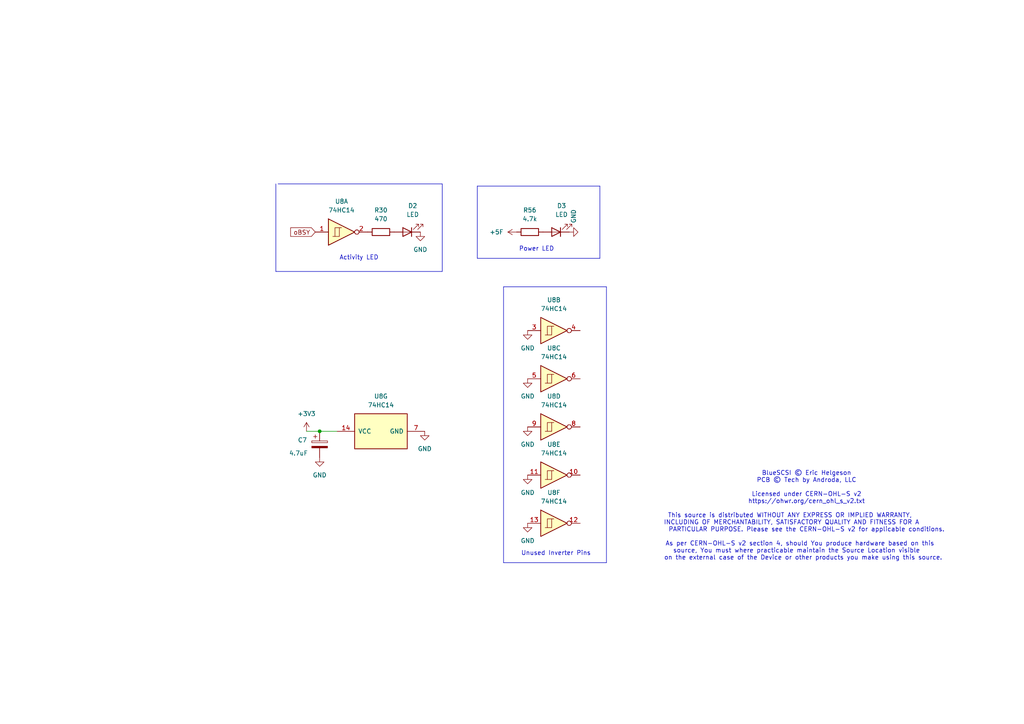
<source format=kicad_sch>
(kicad_sch (version 20231120) (generator "eeschema") (generator_version "8.0")
  (paper "A4")
  (title_block (title "BlueSCSI V2, Centronics 50 Pin, 2024.03a") (date "March 2024") (rev "1") (company "Tech by Androda, LLC"))
  (lib_symbols
    (symbol "74xx:74HC14" (pin_names (offset 1.016))
      (property "Reference" "U" (at 0 1.27 0))
      (property "Value" "74HC14" (at 0 -1.27 0))
      (symbol "74HC14_1_0"
        (polyline (pts (xy -3.81 3.81) (xy -3.81 -3.81) (xy 3.81 0) (xy -3.81 3.81)) (stroke (width 0.254)) (fill (type background)))
        (pin input line (at -7.62 0 0) (length 3.81) (name "~") (number "1"))
        (pin output inverted (at 7.62 0 180) (length 3.81) (name "~") (number "2"))
      )
      (symbol "74HC14_1_1"
        (polyline (pts (xy -1.905 -1.27) (xy -1.905 1.27) (xy -0.635 1.27)))
        (polyline (pts (xy -2.54 -1.27) (xy -0.635 -1.27) (xy -0.635 1.27) (xy 0 1.27)))
      )
      (symbol "74HC14_2_0"
        (polyline (pts (xy -3.81 3.81) (xy -3.81 -3.81) (xy 3.81 0) (xy -3.81 3.81)) (stroke (width 0.254)) (fill (type background)))
        (pin input line (at -7.62 0 0) (length 3.81) (name "~") (number "3"))
        (pin output inverted (at 7.62 0 180) (length 3.81) (name "~") (number "4"))
      )
      (symbol "74HC14_2_1"
        (polyline (pts (xy -1.905 -1.27) (xy -1.905 1.27) (xy -0.635 1.27)))
        (polyline (pts (xy -2.54 -1.27) (xy -0.635 -1.27) (xy -0.635 1.27) (xy 0 1.27)))
      )
      (symbol "74HC14_3_0"
        (polyline (pts (xy -3.81 3.81) (xy -3.81 -3.81) (xy 3.81 0) (xy -3.81 3.81)) (stroke (width 0.254)) (fill (type background)))
        (pin input line (at -7.62 0 0) (length 3.81) (name "~") (number "5"))
        (pin output inverted (at 7.62 0 180) (length 3.81) (name "~") (number "6"))
      )
      (symbol "74HC14_3_1"
        (polyline (pts (xy -1.905 -1.27) (xy -1.905 1.27) (xy -0.635 1.27)))
        (polyline (pts (xy -2.54 -1.27) (xy -0.635 -1.27) (xy -0.635 1.27) (xy 0 1.27)))
      )
      (symbol "74HC14_4_0"
        (polyline (pts (xy -3.81 3.81) (xy -3.81 -3.81) (xy 3.81 0) (xy -3.81 3.81)) (stroke (width 0.254)) (fill (type background)))
        (pin output inverted (at 7.62 0 180) (length 3.81) (name "~") (number "8"))
        (pin input line (at -7.62 0 0) (length 3.81) (name "~") (number "9"))
      )
      (symbol "74HC14_4_1"
        (polyline (pts (xy -1.905 -1.27) (xy -1.905 1.27) (xy -0.635 1.27)))
        (polyline (pts (xy -2.54 -1.27) (xy -0.635 -1.27) (xy -0.635 1.27) (xy 0 1.27)))
      )
      (symbol "74HC14_5_0"
        (polyline (pts (xy -3.81 3.81) (xy -3.81 -3.81) (xy 3.81 0) (xy -3.81 3.81)) (stroke (width 0.254)) (fill (type background)))
        (pin output inverted (at 7.62 0 180) (length 3.81) (name "~") (number "10"))
        (pin input line (at -7.62 0 0) (length 3.81) (name "~") (number "11"))
      )
      (symbol "74HC14_5_1"
        (polyline (pts (xy -1.905 -1.27) (xy -1.905 1.27) (xy -0.635 1.27)))
        (polyline (pts (xy -2.54 -1.27) (xy -0.635 -1.27) (xy -0.635 1.27) (xy 0 1.27)))
      )
      (symbol "74HC14_6_0"
        (polyline (pts (xy -3.81 3.81) (xy -3.81 -3.81) (xy 3.81 0) (xy -3.81 3.81)) (stroke (width 0.254)) (fill (type background)))
        (pin output inverted (at 7.62 0 180) (length 3.81) (name "~") (number "12"))
        (pin input line (at -7.62 0 0) (length 3.81) (name "~") (number "13"))
      )
      (symbol "74HC14_6_1"
        (polyline (pts (xy -1.905 -1.27) (xy -1.905 1.27) (xy -0.635 1.27)))
        (polyline (pts (xy -2.54 -1.27) (xy -0.635 -1.27) (xy -0.635 1.27) (xy 0 1.27)))
      )
      (symbol "74HC14_7_0"
        (pin power_in line (at 0 12.7 270) (length 5.08) (name "VCC") (number "14"))
        (pin power_in line (at 0 -12.7 90) (length 5.08) (name "GND") (number "7"))
      )
      (symbol "74HC14_7_1"
        (rectangle (start -5.08 7.62) (end 5.08 -7.62) (stroke (width 0.254)) (fill (type background)))
      )
    )
    (symbol "Device:CP" (pin_numbers hide) (pin_names (offset 0.254))
      (property "Reference" "C" (at 0.635 2.54 0))
      (property "Value" "Device_CP" (at 0.635 -2.54 0))
      (symbol "CP_0_1"
        (rectangle (start -2.286 0.508) (end 2.286 1.016))
        (polyline (pts (xy -1.778 2.286) (xy -0.762 2.286)))
        (polyline (pts (xy -1.27 2.794) (xy -1.27 1.778)))
        (rectangle (start 2.286 -0.508) (end -2.286 -1.016) (fill (type outline)))
      )
      (symbol "CP_1_1"
        (pin passive line (at 0 3.81 270) (length 2.794) (name "~") (number "1"))
        (pin passive line (at 0 -3.81 90) (length 2.794) (name "~") (number "2"))
      )
    )
    (symbol "Device:LED" (pin_numbers hide) (pin_names (offset 1.016) hide)
      (property "Reference" "D" (at 0 2.54 0))
      (property "Value" "LED" (at 0 -2.54 0))
      (symbol "LED_0_1"
        (polyline (pts (xy -1.27 -1.27) (xy -1.27 1.27)) (stroke (width 0.254)))
        (polyline (pts (xy -1.27 0) (xy 1.27 0)))
        (polyline (pts (xy 1.27 -1.27) (xy 1.27 1.27) (xy -1.27 0) (xy 1.27 -1.27)) (stroke (width 0.254)))
        (polyline (pts (xy -3.048 -0.762) (xy -4.572 -2.286) (xy -3.81 -2.286) (xy -4.572 -2.286) (xy -4.572 -1.524)))
        (polyline (pts (xy -1.778 -0.762) (xy -3.302 -2.286) (xy -2.54 -2.286) (xy -3.302 -2.286) (xy -3.302 -1.524)))
      )
      (symbol "LED_1_1"
        (pin passive line (at -3.81 0 0) (length 2.54) (name "K") (number "1"))
        (pin passive line (at 3.81 0 180) (length 2.54) (name "A") (number "2"))
      )
    )
    (symbol "Device:R" (pin_numbers hide) (pin_names (offset 0))
      (property "Reference" "R" (at 2.032 0 90))
      (property "Value" "R" (at 0 0 90))
      (symbol "R_0_1"
        (rectangle (start -1.016 -2.54) (end 1.016 2.54) (stroke (width 0.254)))
      )
      (symbol "R_1_1"
        (pin passive line (at 0 3.81 270) (length 1.27) (name "~") (number "1"))
        (pin passive line (at 0 -3.81 90) (length 1.27) (name "~") (number "2"))
      )
    )
    (symbol "power:+3.3V" (power) (pin_names (offset 0))
      (property "Value" "+3.3V" (at 0 3.556 0))
      (symbol "+3.3V_0_1"
        (polyline (pts (xy -0.762 1.27) (xy 0 2.54)))
        (polyline (pts (xy 0 0) (xy 0 2.54)))
        (polyline (pts (xy 0 2.54) (xy 0.762 1.27)))
      )
      (symbol "+3.3V_1_1"
        (pin power_in line (at 0 0 90) (length 0) hide (name "+3V3") (number "1"))
      )
    )
    (symbol "power:+5F" (power) (pin_names (offset 0))
      (property "Value" "+5F" (at 0 3.556 0))
      (symbol "+5F_0_1"
        (polyline (pts (xy -0.762 1.27) (xy 0 2.54)))
        (polyline (pts (xy 0 0) (xy 0 2.54)))
        (polyline (pts (xy 0 2.54) (xy 0.762 1.27)))
      )
      (symbol "+5F_1_1"
        (pin power_in line (at 0 0 90) (length 0) hide (name "+5F") (number "1"))
      )
    )
    (symbol "power:GND" (power) (pin_names (offset 0))
      (property "Value" "GND" (at 0 -3.81 0))
      (symbol "GND_0_1"
        (polyline (pts (xy 0 0) (xy 0 -1.27) (xy 1.27 -1.27) (xy 0 -2.54) (xy -1.27 -1.27) (xy 0 -1.27)))
      )
      (symbol "GND_1_1"
        (pin power_in line (at 0 0 270) (length 0) hide (name "GND") (number "1"))
      )
    )
  )
  (junction (at 92.71 125.095))
  (polyline (pts (xy 138.43 53.975) (xy 173.99 53.975)))
  (polyline (pts (xy 173.99 53.975) (xy 173.99 74.93)))
  (polyline (pts (xy 80.645 53.34) (xy 128.27 53.34)))
  (polyline (pts (xy 80.01 53.34) (xy 80.01 78.74)))
  (polyline (pts (xy 146.05 83.185) (xy 146.05 163.195)))
  (polyline (pts (xy 128.27 78.74) (xy 128.27 53.34)))
  (wire (pts (xy 92.71 125.095) (xy 97.79 125.095)))
  (polyline (pts (xy 173.99 74.93) (xy 138.43 74.93)))
  (polyline (pts (xy 146.05 83.185) (xy 175.895 83.185)))
  (polyline (pts (xy 175.895 163.195) (xy 175.895 83.185)))
  (wire (pts (xy 88.9 125.095) (xy 92.71 125.095)))
  (polyline (pts (xy 80.01 78.74) (xy 128.27 78.74)))
  (polyline (pts (xy 146.05 163.195) (xy 175.895 163.195)))
  (polyline (pts (xy 138.43 53.975) (xy 138.43 74.93)))
  (text "Power LED" (at 150.495 73.025 0) (effects (font (size 1.27 1.27)) (justify left bottom)))
  (text "Unused Inverter Pins" (at 151.13 161.29 0) (effects (font (size 1.27 1.27)) (justify left bottom)))
  (text "Activity LED" (at 98.425 75.565 0) (effects (font (size 1.27 1.27)) (justify left bottom)))
  (text "BlueSCSI © Eric Helgeson\nPCB © Tech by Androda, LLC\n\nLicensed under CERN-OHL-S v2\nhttps://ohwr.org/cern_ohl_s_v2.txt\n\nThis source is distributed WITHOUT ANY EXPRESS OR IMPLIED WARRANTY,          \nINCLUDING OF MERCHANTABILITY, SATISFACTORY QUALITY AND FITNESS FOR A         \nPARTICULAR PURPOSE. Please see the CERN-OHL-S v2 for applicable conditions.\n\nAs per CERN-OHL-S v2 section 4, should You produce hardware based on this    \nsource, You must where practicable maintain the Source Location visible      \non the external case of the Device or other products you make using this source.  \n" (at 233.934 149.606 0) (effects (font (size 1.27 1.27))))
  (global_label "oBSY" (shape input) (at 91.44 67.31 180) (property "Intersheetrefs" "${INTERSHEET_REFS}" (effects (hide yes))))
  (symbol (lib_id "power:GND") (at 153.035 123.825 0) (unit 1)
    (property "Reference" "#PWR044" (effects (hide yes)))
    (property "Value" "GND" (at 153.035 128.905 0))
  )
  (symbol (lib_id "power:+5F") (at 149.86 67.31 90) (unit 1)
    (property "Reference" "#PWR0105" (effects (hide yes)))
    (property "Value" "+5F" (at 146.05 67.3099 90) (effects (justify left)))
  )
  (symbol (lib_id "power:GND") (at 153.035 109.855 0) (unit 1)
    (property "Reference" "#PWR043" (effects (hide yes)))
    (property "Value" "GND" (at 153.035 114.935 0))
  )
  (symbol (lib_id "power:GND") (at 153.035 151.765 0) (unit 1)
    (property "Reference" "#PWR051" (effects (hide yes)))
    (property "Value" "GND" (at 153.035 156.845 0))
  )
  (symbol (lib_id "74xx:74HC14") (at 160.655 109.855 0) (unit 3)
    (property "Reference" "U8" (at 160.655 100.965 0))
    (property "Value" "74HC14" (at 160.655 103.505 0))
    (property "Datasheet" "http://www.ti.com/lit/gpn/sn74HC14" (effects (hide yes)))
  )
  (symbol (lib_id "power:+3.3V") (at 88.9 125.095 0) (unit 1)
    (property "Reference" "#PWR0104" (effects (hide yes)))
    (property "Value" "+3V3" (at 88.9 120.015 0))
  )
  (symbol (lib_id "power:GND") (at 165.1 67.31 90) (unit 1)
    (property "Reference" "#PWR068" (effects (hide yes)))
    (property "Value" "GND" (at 166.3699 64.77 0) (effects (justify left)))
  )
  (symbol (lib_id "74xx:74HC14") (at 160.655 95.885 0) (unit 2)
    (property "Reference" "U8" (at 160.655 86.995 0))
    (property "Value" "74HC14" (at 160.655 89.535 0))
    (property "Datasheet" "http://www.ti.com/lit/gpn/sn74HC14" (effects (hide yes)))
  )
  (symbol (lib_id "74xx:74HC14") (at 160.655 137.795 0) (unit 5)
    (property "Reference" "U8" (at 160.655 128.905 0))
    (property "Value" "74HC14" (at 160.655 131.445 0))
    (property "Datasheet" "http://www.ti.com/lit/gpn/sn74HC14" (effects (hide yes)))
  )
  (symbol (lib_id "Device:CP") (at 92.71 128.905 0) (unit 1)
    (property "Reference" "C7" (at 86.36 127.635 0) (effects (justify left)))
    (property "Value" "4.7uF" (at 83.82 131.445 0) (effects (justify left)))
    (property "Footprint" "Capacitor_SMD:C_0805_2012Metric_Pad1.18x1.45mm_HandSolder" (effects (hide yes)))
  )
  (symbol (lib_id "Device:R") (at 153.67 67.31 90) (unit 1)
    (property "Reference" "R56" (at 153.67 60.96 90))
    (property "Value" "4.7k" (at 153.67 63.5 90))
    (property "Footprint" "Resistor_SMD:R_0603_1608Metric_Pad0.98x0.95mm_HandSolder" (effects (hide yes)))
  )
  (symbol (lib_id "Device:LED") (at 118.11 67.31 180) (unit 1)
    (property "Reference" "D2" (at 119.6975 59.69 0))
    (property "Value" "LED" (at 119.6975 62.23 0))
    (property "Footprint" "LED_SMD:LED_0603_1608Metric_Pad1.05x0.95mm_HandSolder" (effects (hide yes)))
  )
  (symbol (lib_id "74xx:74HC14") (at 110.49 125.095 90) (unit 7)
    (property "Reference" "U8" (at 110.49 114.935 90))
    (property "Value" "74HC14" (at 110.49 117.475 90))
    (property "Footprint" "Package_SO:SOIC-14_3.9x8.7mm_P1.27mm" (effects (hide yes)))
    (property "Datasheet" "http://www.ti.com/lit/gpn/sn74HC14" (effects (hide yes)))
  )
  (symbol (lib_id "74xx:74HC14") (at 160.655 151.765 0) (unit 6)
    (property "Reference" "U8" (at 160.655 142.875 0))
    (property "Value" "74HC14" (at 160.655 145.415 0))
    (property "Datasheet" "http://www.ti.com/lit/gpn/sn74HC14" (effects (hide yes)))
  )
  (symbol (lib_id "power:GND") (at 153.035 95.885 0) (unit 1)
    (property "Reference" "#PWR042" (effects (hide yes)))
    (property "Value" "GND" (at 153.035 100.965 0))
  )
  (symbol (lib_id "Device:R") (at 110.49 67.31 90) (unit 1)
    (property "Reference" "R30" (at 110.49 60.96 90))
    (property "Value" "470" (at 110.49 63.5 90))
    (property "Footprint" "Resistor_SMD:R_0402_1005Metric_Pad0.72x0.64mm_HandSolder" (effects (hide yes)))
  )
  (symbol (lib_id "power:GND") (at 123.19 125.095 0) (unit 1)
    (property "Reference" "#PWR026" (effects (hide yes)))
    (property "Value" "GND" (at 123.19 130.175 0))
  )
  (symbol (lib_id "74xx:74HC14") (at 160.655 123.825 0) (unit 4)
    (property "Reference" "U8" (at 160.655 114.935 0))
    (property "Value" "74HC14" (at 160.655 117.475 0))
    (property "Datasheet" "http://www.ti.com/lit/gpn/sn74HC14" (effects (hide yes)))
  )
  (symbol (lib_id "power:GND") (at 121.92 67.31 0) (unit 1)
    (property "Reference" "#PWR038" (effects (hide yes)))
    (property "Value" "GND" (at 121.92 72.39 0))
  )
  (symbol (lib_id "power:GND") (at 153.035 137.795 0) (unit 1)
    (property "Reference" "#PWR045" (effects (hide yes)))
    (property "Value" "GND" (at 153.035 142.875 0))
  )
  (symbol (lib_id "power:GND") (at 92.71 132.715 0) (unit 1)
    (property "Reference" "#PWR041" (effects (hide yes)))
    (property "Value" "GND" (at 92.71 137.795 0))
  )
  (symbol (lib_id "74xx:74HC14") (at 99.06 67.31 0) (unit 1)
    (property "Reference" "U8" (at 99.06 58.42 0))
    (property "Value" "74HC14" (at 99.06 60.96 0))
    (property "Datasheet" "http://www.ti.com/lit/gpn/sn74HC14" (effects (hide yes)))
  )
  (symbol (lib_id "Device:LED") (at 161.29 67.31 180) (unit 1)
    (property "Reference" "D3" (at 162.8775 59.69 0))
    (property "Value" "LED" (at 162.8775 62.23 0))
    (property "Footprint" "LED_SMD:LED_0603_1608Metric_Pad1.05x0.95mm_HandSolder" (effects (hide yes)))
  )
)
</source>
